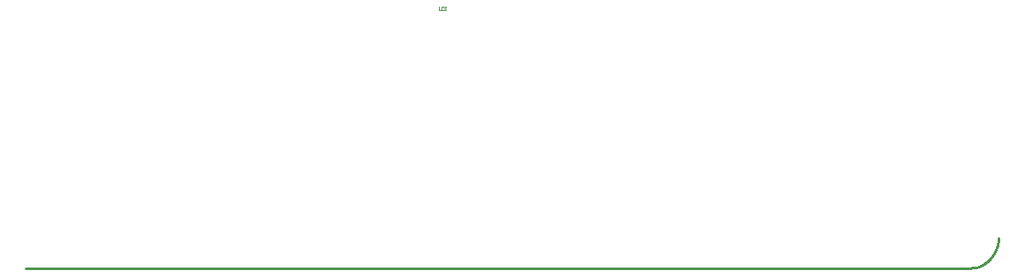
<source format=gm1>
%FSLAX23Y23*%
%MOIN*%
%SFA1B1*%

%IPPOS*%
%ADD15C,0.010000*%
%ADD149C,0.002360*%
%LNconcentrator_pcb-1*%
%LPD*%
G54D15*
X3818Y0D02*
D01*
X3827Y0*
X3835Y1*
X3843Y2*
X3851Y4*
X3859Y7*
X3866Y10*
X3874Y13*
X3881Y17*
X3888Y22*
X3894Y27*
X3900Y33*
X3906Y39*
X3911Y45*
X3916Y52*
X3921Y59*
X3925Y66*
X3928Y73*
X3931Y81*
X3933Y89*
X3935Y97*
X3936Y105*
X3936Y113*
X3937Y118*
X118Y0D02*
X3818D01*
G54D149*
X1740Y1030D02*
Y1017D01*
X1742Y1015*
X1747*
X1750Y1017*
Y1030*
X1755Y1028D02*
X1758Y1030D01*
X1763*
X1766Y1028*
Y1025*
X1763Y1022*
X1760*
X1763*
X1766Y1020*
Y1017*
X1763Y1015*
X1758*
X1755Y1017*
M02*
</source>
